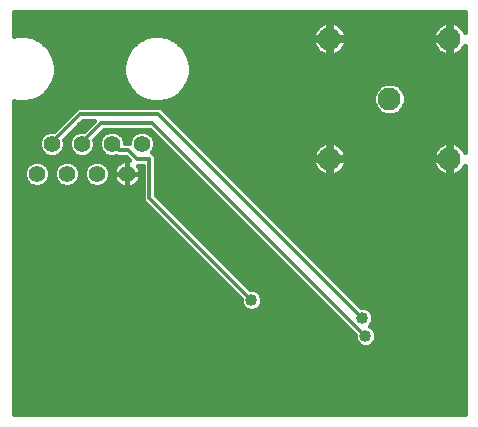
<source format=gbl>
G75*
%MOIN*%
%OFA0B0*%
%FSLAX24Y24*%
%IPPOS*%
%LPD*%
%AMOC8*
5,1,8,0,0,1.08239X$1,22.5*
%
%ADD10C,0.0554*%
%ADD11C,0.0765*%
%ADD12C,0.0160*%
%ADD13C,0.0140*%
%ADD14C,0.0400*%
D10*
X001430Y008680D03*
X002430Y008680D03*
X003430Y008680D03*
X004430Y008680D03*
X003930Y009680D03*
X004930Y009680D03*
X002930Y009680D03*
X001930Y009680D03*
D11*
X011180Y009180D03*
X013180Y011180D03*
X011180Y013180D03*
X015180Y013180D03*
X015180Y009180D03*
D12*
X000660Y011093D02*
X000660Y000660D01*
X015692Y000660D01*
X015692Y008946D01*
X015661Y008885D01*
X015609Y008814D01*
X015546Y008751D01*
X015475Y008699D01*
X015396Y008659D01*
X015312Y008631D01*
X015228Y008618D01*
X015228Y009132D01*
X015132Y009132D01*
X015132Y008618D01*
X015048Y008631D01*
X014964Y008659D01*
X014885Y008699D01*
X014814Y008751D01*
X014751Y008814D01*
X014699Y008885D01*
X014659Y008964D01*
X014631Y009048D01*
X014618Y009132D01*
X015132Y009132D01*
X015132Y009228D01*
X015132Y009742D01*
X015048Y009729D01*
X014964Y009701D01*
X014885Y009661D01*
X014814Y009609D01*
X014751Y009546D01*
X014699Y009475D01*
X014659Y009396D01*
X014631Y009312D01*
X014618Y009228D01*
X015132Y009228D01*
X015228Y009228D01*
X015228Y009742D01*
X015312Y009729D01*
X015396Y009701D01*
X015475Y009661D01*
X015546Y009609D01*
X015609Y009546D01*
X015661Y009475D01*
X015692Y009414D01*
X015692Y012946D01*
X015661Y012885D01*
X015609Y012814D01*
X015546Y012751D01*
X015475Y012699D01*
X015396Y012659D01*
X015312Y012631D01*
X015228Y012618D01*
X015228Y013132D01*
X015132Y013132D01*
X015132Y012618D01*
X015048Y012631D01*
X014964Y012659D01*
X014885Y012699D01*
X014814Y012751D01*
X014751Y012814D01*
X014699Y012885D01*
X014659Y012964D01*
X014631Y013048D01*
X014618Y013132D01*
X015132Y013132D01*
X015132Y013228D01*
X015132Y013742D01*
X015048Y013729D01*
X014964Y013701D01*
X014885Y013661D01*
X014814Y013609D01*
X014751Y013546D01*
X014699Y013475D01*
X014659Y013396D01*
X014631Y013312D01*
X014618Y013228D01*
X015132Y013228D01*
X015228Y013228D01*
X015228Y013742D01*
X015312Y013729D01*
X015396Y013701D01*
X015475Y013661D01*
X015546Y013609D01*
X015609Y013546D01*
X015661Y013475D01*
X015692Y013414D01*
X015692Y014070D01*
X000660Y014070D01*
X000660Y013267D01*
X000783Y013300D01*
X001077Y013300D01*
X001362Y013224D01*
X001618Y013076D01*
X001826Y012868D01*
X001974Y012612D01*
X002050Y012327D01*
X002050Y012033D01*
X001974Y011748D01*
X001826Y011492D01*
X001618Y011284D01*
X001362Y011136D01*
X001077Y011060D01*
X000783Y011060D01*
X000660Y011093D01*
X000660Y010958D02*
X012685Y010958D01*
X012720Y010873D02*
X012873Y010720D01*
X013072Y010638D01*
X013288Y010638D01*
X013487Y010720D01*
X013640Y010873D01*
X013722Y011072D01*
X013722Y011288D01*
X013640Y011487D01*
X013487Y011640D01*
X013288Y011722D01*
X013072Y011722D01*
X012873Y011640D01*
X012720Y011487D01*
X012638Y011288D01*
X012638Y011072D01*
X012720Y010873D01*
X012793Y010800D02*
X005686Y010800D01*
X005710Y010775D02*
X005575Y010910D01*
X002785Y010910D01*
X001992Y010117D01*
X001843Y010117D01*
X001682Y010051D01*
X001559Y009928D01*
X001493Y009767D01*
X001493Y009593D01*
X001559Y009432D01*
X001682Y009309D01*
X001843Y009243D01*
X002017Y009243D01*
X002178Y009309D01*
X002301Y009432D01*
X002367Y009593D01*
X002367Y009767D01*
X002345Y009820D01*
X002975Y010450D01*
X003325Y010450D01*
X002992Y010117D01*
X002843Y010117D01*
X002682Y010051D01*
X002559Y009928D01*
X002493Y009767D01*
X002493Y009593D01*
X002559Y009432D01*
X002682Y009309D01*
X002843Y009243D01*
X003017Y009243D01*
X003178Y009309D01*
X003301Y009432D01*
X003367Y009593D01*
X003367Y009767D01*
X003345Y009820D01*
X003675Y010150D01*
X005185Y010150D01*
X012020Y003315D01*
X012020Y003208D01*
X012075Y003076D01*
X012176Y002975D01*
X012308Y002920D01*
X012452Y002920D01*
X012584Y002975D01*
X012685Y003076D01*
X012740Y003208D01*
X012740Y003352D01*
X012685Y003484D01*
X012584Y003585D01*
X012521Y003611D01*
X012585Y003676D01*
X012640Y003808D01*
X012640Y003952D01*
X012585Y004084D01*
X012484Y004185D01*
X012352Y004240D01*
X012245Y004240D01*
X005710Y010775D01*
X005844Y010641D02*
X013064Y010641D01*
X013296Y010641D02*
X015692Y010641D01*
X015692Y010483D02*
X006003Y010483D01*
X006161Y010324D02*
X015692Y010324D01*
X015692Y010166D02*
X006320Y010166D01*
X006478Y010007D02*
X015692Y010007D01*
X015692Y009849D02*
X006637Y009849D01*
X006795Y009690D02*
X010942Y009690D01*
X010964Y009701D02*
X010885Y009661D01*
X010814Y009609D01*
X010751Y009546D01*
X010699Y009475D01*
X010659Y009396D01*
X010631Y009312D01*
X010618Y009228D01*
X011132Y009228D01*
X011132Y009742D01*
X011048Y009729D01*
X010964Y009701D01*
X011132Y009690D02*
X011228Y009690D01*
X011228Y009742D02*
X011312Y009729D01*
X011396Y009701D01*
X011475Y009661D01*
X011546Y009609D01*
X011609Y009546D01*
X011661Y009475D01*
X011701Y009396D01*
X011729Y009312D01*
X011742Y009228D01*
X011228Y009228D01*
X011228Y009132D01*
X011742Y009132D01*
X011729Y009048D01*
X011701Y008964D01*
X011661Y008885D01*
X011609Y008814D01*
X011546Y008751D01*
X011475Y008699D01*
X011396Y008659D01*
X011312Y008631D01*
X011228Y008618D01*
X011228Y009132D01*
X011132Y009132D01*
X011132Y008618D01*
X011048Y008631D01*
X010964Y008659D01*
X010885Y008699D01*
X010814Y008751D01*
X010751Y008814D01*
X010699Y008885D01*
X010659Y008964D01*
X010631Y009048D01*
X010618Y009132D01*
X011132Y009132D01*
X011132Y009228D01*
X011228Y009228D01*
X011228Y009742D01*
X011418Y009690D02*
X014942Y009690D01*
X015132Y009690D02*
X015228Y009690D01*
X015228Y009532D02*
X015132Y009532D01*
X015132Y009373D02*
X015228Y009373D01*
X015132Y009215D02*
X011228Y009215D01*
X011132Y009215D02*
X007271Y009215D01*
X007112Y009373D02*
X010651Y009373D01*
X010740Y009532D02*
X006954Y009532D01*
X007429Y009056D02*
X010630Y009056D01*
X010693Y008898D02*
X007588Y008898D01*
X007746Y008739D02*
X010830Y008739D01*
X011132Y008739D02*
X011228Y008739D01*
X011228Y008898D02*
X011132Y008898D01*
X011132Y009056D02*
X011228Y009056D01*
X011530Y008739D02*
X014830Y008739D01*
X014693Y008898D02*
X011667Y008898D01*
X011730Y009056D02*
X014630Y009056D01*
X014651Y009373D02*
X011709Y009373D01*
X011620Y009532D02*
X014740Y009532D01*
X015132Y009056D02*
X015228Y009056D01*
X015228Y008898D02*
X015132Y008898D01*
X015132Y008739D02*
X015228Y008739D01*
X015530Y008739D02*
X015692Y008739D01*
X015692Y008581D02*
X007905Y008581D01*
X008063Y008422D02*
X015692Y008422D01*
X015692Y008264D02*
X008222Y008264D01*
X008380Y008105D02*
X015692Y008105D01*
X015692Y007947D02*
X008539Y007947D01*
X008697Y007788D02*
X015692Y007788D01*
X015692Y007630D02*
X008856Y007630D01*
X009014Y007471D02*
X015692Y007471D01*
X015692Y007313D02*
X009173Y007313D01*
X009331Y007154D02*
X015692Y007154D01*
X015692Y006996D02*
X009490Y006996D01*
X009648Y006837D02*
X015692Y006837D01*
X015692Y006679D02*
X009807Y006679D01*
X009965Y006520D02*
X015692Y006520D01*
X015692Y006362D02*
X010124Y006362D01*
X010282Y006203D02*
X015692Y006203D01*
X015692Y006045D02*
X010441Y006045D01*
X010599Y005886D02*
X015692Y005886D01*
X015692Y005728D02*
X010758Y005728D01*
X010916Y005569D02*
X015692Y005569D01*
X015692Y005411D02*
X011075Y005411D01*
X011233Y005252D02*
X015692Y005252D01*
X015692Y005094D02*
X011392Y005094D01*
X011550Y004935D02*
X015692Y004935D01*
X015692Y004777D02*
X011709Y004777D01*
X011867Y004618D02*
X015692Y004618D01*
X015692Y004460D02*
X012026Y004460D01*
X012184Y004301D02*
X015692Y004301D01*
X015692Y004143D02*
X012527Y004143D01*
X012627Y003984D02*
X015692Y003984D01*
X015692Y003826D02*
X012640Y003826D01*
X012576Y003667D02*
X015692Y003667D01*
X015692Y003509D02*
X012661Y003509D01*
X012740Y003350D02*
X015692Y003350D01*
X015692Y003192D02*
X012733Y003192D01*
X012642Y003033D02*
X015692Y003033D01*
X015692Y002875D02*
X000660Y002875D01*
X000660Y003033D02*
X012118Y003033D01*
X012027Y003192D02*
X000660Y003192D01*
X000660Y003350D02*
X011985Y003350D01*
X011826Y003509D02*
X000660Y003509D01*
X000660Y003667D02*
X011668Y003667D01*
X011509Y003826D02*
X000660Y003826D01*
X000660Y003984D02*
X011351Y003984D01*
X011192Y004143D02*
X008706Y004143D01*
X008652Y004120D02*
X008784Y004175D01*
X008885Y004276D01*
X008940Y004408D01*
X008940Y004552D01*
X008885Y004684D01*
X008784Y004785D01*
X008652Y004840D01*
X008545Y004840D01*
X005410Y007975D01*
X005410Y009275D01*
X005277Y009409D01*
X005301Y009432D01*
X005367Y009593D01*
X005367Y009767D01*
X005301Y009928D01*
X005178Y010051D01*
X005017Y010117D01*
X004843Y010117D01*
X004682Y010051D01*
X004559Y009928D01*
X004493Y009767D01*
X004493Y009710D01*
X004367Y009710D01*
X004367Y009767D01*
X004301Y009928D01*
X004178Y010051D01*
X004017Y010117D01*
X003843Y010117D01*
X003682Y010051D01*
X003559Y009928D01*
X003493Y009767D01*
X003493Y009593D01*
X003559Y009432D01*
X003682Y009309D01*
X003843Y009243D01*
X004017Y009243D01*
X004070Y009265D01*
X004085Y009250D01*
X004385Y009250D01*
X004504Y009131D01*
X004466Y009137D01*
X004439Y009137D01*
X004439Y008689D01*
X004887Y008689D01*
X004887Y008716D01*
X004876Y008787D01*
X004854Y008855D01*
X004821Y008920D01*
X004799Y008950D01*
X004950Y008950D01*
X004950Y007785D01*
X005085Y007650D01*
X008220Y004515D01*
X008220Y004408D01*
X008275Y004276D01*
X008376Y004175D01*
X008508Y004120D01*
X008652Y004120D01*
X008454Y004143D02*
X000660Y004143D01*
X000660Y004301D02*
X008264Y004301D01*
X008220Y004460D02*
X000660Y004460D01*
X000660Y004618D02*
X008117Y004618D01*
X007958Y004777D02*
X000660Y004777D01*
X000660Y004935D02*
X007800Y004935D01*
X007641Y005094D02*
X000660Y005094D01*
X000660Y005252D02*
X007483Y005252D01*
X007324Y005411D02*
X000660Y005411D01*
X000660Y005569D02*
X007166Y005569D01*
X007007Y005728D02*
X000660Y005728D01*
X000660Y005886D02*
X006849Y005886D01*
X006690Y006045D02*
X000660Y006045D01*
X000660Y006203D02*
X006532Y006203D01*
X006373Y006362D02*
X000660Y006362D01*
X000660Y006520D02*
X006215Y006520D01*
X006056Y006679D02*
X000660Y006679D01*
X000660Y006837D02*
X005898Y006837D01*
X005739Y006996D02*
X000660Y006996D01*
X000660Y007154D02*
X005581Y007154D01*
X005422Y007313D02*
X000660Y007313D01*
X000660Y007471D02*
X005264Y007471D01*
X005105Y007630D02*
X000660Y007630D01*
X000660Y007788D02*
X004950Y007788D01*
X004950Y007947D02*
X000660Y007947D01*
X000660Y008105D02*
X004950Y008105D01*
X004950Y008264D02*
X004620Y008264D01*
X004605Y008256D02*
X004670Y008289D01*
X004728Y008331D01*
X004779Y008382D01*
X004821Y008440D01*
X004854Y008505D01*
X004876Y008573D01*
X004887Y008644D01*
X004887Y008671D01*
X004439Y008671D01*
X004439Y008689D01*
X004421Y008689D01*
X004421Y009137D01*
X004394Y009137D01*
X004323Y009126D01*
X004255Y009104D01*
X004190Y009071D01*
X004132Y009029D01*
X004081Y008978D01*
X004039Y008920D01*
X004006Y008855D01*
X003984Y008787D01*
X003973Y008716D01*
X003973Y008689D01*
X004421Y008689D01*
X004421Y008671D01*
X004439Y008671D01*
X004439Y008223D01*
X004466Y008223D01*
X004537Y008234D01*
X004605Y008256D01*
X004439Y008264D02*
X004421Y008264D01*
X004421Y008223D02*
X004421Y008671D01*
X003973Y008671D01*
X003973Y008644D01*
X003984Y008573D01*
X004006Y008505D01*
X004039Y008440D01*
X004081Y008382D01*
X004132Y008331D01*
X004190Y008289D01*
X004255Y008256D01*
X004323Y008234D01*
X004394Y008223D01*
X004421Y008223D01*
X004421Y008422D02*
X004439Y008422D01*
X004439Y008581D02*
X004421Y008581D01*
X004421Y008739D02*
X004439Y008739D01*
X004439Y008898D02*
X004421Y008898D01*
X004421Y009056D02*
X004439Y009056D01*
X004420Y009215D02*
X000660Y009215D01*
X000660Y009373D02*
X001619Y009373D01*
X001518Y009532D02*
X000660Y009532D01*
X000660Y009690D02*
X001493Y009690D01*
X001527Y009849D02*
X000660Y009849D01*
X000660Y010007D02*
X001639Y010007D01*
X002040Y010166D02*
X000660Y010166D01*
X000660Y010324D02*
X002199Y010324D01*
X002357Y010483D02*
X000660Y010483D01*
X000660Y010641D02*
X002516Y010641D01*
X002674Y010800D02*
X000660Y010800D01*
X001288Y011117D02*
X005072Y011117D01*
X004998Y011136D02*
X005283Y011060D01*
X005577Y011060D01*
X005862Y011136D01*
X006118Y011284D01*
X006326Y011492D01*
X006474Y011748D01*
X006550Y012033D01*
X006550Y012327D01*
X006474Y012612D01*
X006326Y012868D01*
X006118Y013076D01*
X005862Y013224D01*
X005577Y013300D01*
X005283Y013300D01*
X004998Y013224D01*
X004742Y013076D01*
X004534Y012868D01*
X004386Y012612D01*
X004310Y012327D01*
X004310Y012033D01*
X004386Y011748D01*
X004534Y011492D01*
X004742Y011284D01*
X004998Y011136D01*
X004757Y011275D02*
X001603Y011275D01*
X001767Y011434D02*
X004593Y011434D01*
X004476Y011592D02*
X001884Y011592D01*
X001974Y011751D02*
X004386Y011751D01*
X004343Y011909D02*
X002017Y011909D01*
X002050Y012068D02*
X004310Y012068D01*
X004310Y012226D02*
X002050Y012226D01*
X002035Y012385D02*
X004325Y012385D01*
X004368Y012543D02*
X001992Y012543D01*
X001922Y012702D02*
X004438Y012702D01*
X004529Y012860D02*
X001831Y012860D01*
X001675Y013019D02*
X004685Y013019D01*
X004917Y013177D02*
X001443Y013177D01*
X000660Y013336D02*
X010639Y013336D01*
X010631Y013312D02*
X010659Y013396D01*
X010699Y013475D01*
X010751Y013546D01*
X010814Y013609D01*
X010885Y013661D01*
X010964Y013701D01*
X011048Y013729D01*
X011132Y013742D01*
X011132Y013228D01*
X011228Y013228D01*
X011742Y013228D01*
X011729Y013312D01*
X011701Y013396D01*
X011661Y013475D01*
X011609Y013546D01*
X011546Y013609D01*
X011475Y013661D01*
X011396Y013701D01*
X011312Y013729D01*
X011228Y013742D01*
X011228Y013228D01*
X011228Y013132D01*
X011742Y013132D01*
X011729Y013048D01*
X011701Y012964D01*
X011661Y012885D01*
X011609Y012814D01*
X011546Y012751D01*
X011475Y012699D01*
X011396Y012659D01*
X011312Y012631D01*
X011228Y012618D01*
X011228Y013132D01*
X011132Y013132D01*
X011132Y012618D01*
X011048Y012631D01*
X010964Y012659D01*
X010885Y012699D01*
X010814Y012751D01*
X010751Y012814D01*
X010699Y012885D01*
X010659Y012964D01*
X010631Y013048D01*
X010618Y013132D01*
X011132Y013132D01*
X011132Y013228D01*
X010618Y013228D01*
X010631Y013312D01*
X010713Y013494D02*
X000660Y013494D01*
X000660Y013653D02*
X010873Y013653D01*
X011132Y013653D02*
X011228Y013653D01*
X011228Y013494D02*
X011132Y013494D01*
X011132Y013336D02*
X011228Y013336D01*
X011228Y013177D02*
X015132Y013177D01*
X015132Y013019D02*
X015228Y013019D01*
X015228Y012860D02*
X015132Y012860D01*
X015132Y012702D02*
X015228Y012702D01*
X015478Y012702D02*
X015692Y012702D01*
X015692Y012860D02*
X015643Y012860D01*
X015692Y012543D02*
X006492Y012543D01*
X006535Y012385D02*
X015692Y012385D01*
X015692Y012226D02*
X006550Y012226D01*
X006550Y012068D02*
X015692Y012068D01*
X015692Y011909D02*
X006517Y011909D01*
X006474Y011751D02*
X015692Y011751D01*
X015692Y011592D02*
X013535Y011592D01*
X013662Y011434D02*
X015692Y011434D01*
X015692Y011275D02*
X013722Y011275D01*
X013722Y011117D02*
X015692Y011117D01*
X015692Y010958D02*
X013675Y010958D01*
X013567Y010800D02*
X015692Y010800D01*
X015692Y009690D02*
X015418Y009690D01*
X015620Y009532D02*
X015692Y009532D01*
X015667Y008898D02*
X015692Y008898D01*
X012638Y011117D02*
X005788Y011117D01*
X006103Y011275D02*
X012638Y011275D01*
X012698Y011434D02*
X006267Y011434D01*
X006384Y011592D02*
X012825Y011592D01*
X011643Y012860D02*
X014717Y012860D01*
X014641Y013019D02*
X011719Y013019D01*
X011721Y013336D02*
X014639Y013336D01*
X014713Y013494D02*
X011647Y013494D01*
X011487Y013653D02*
X014873Y013653D01*
X015132Y013653D02*
X015228Y013653D01*
X015228Y013494D02*
X015132Y013494D01*
X015132Y013336D02*
X015228Y013336D01*
X015487Y013653D02*
X015692Y013653D01*
X015692Y013811D02*
X000660Y013811D01*
X000660Y013970D02*
X015692Y013970D01*
X015692Y013494D02*
X015647Y013494D01*
X014882Y012702D02*
X011478Y012702D01*
X011228Y012702D02*
X011132Y012702D01*
X011132Y012860D02*
X011228Y012860D01*
X011228Y013019D02*
X011132Y013019D01*
X011132Y013177D02*
X005943Y013177D01*
X006175Y013019D02*
X010641Y013019D01*
X010717Y012860D02*
X006331Y012860D01*
X006422Y012702D02*
X010882Y012702D01*
X011132Y009532D02*
X011228Y009532D01*
X011228Y009373D02*
X011132Y009373D01*
X008498Y006837D02*
X006548Y006837D01*
X006390Y006996D02*
X008339Y006996D01*
X008181Y007154D02*
X006231Y007154D01*
X006073Y007313D02*
X008022Y007313D01*
X007864Y007471D02*
X005914Y007471D01*
X005756Y007630D02*
X007705Y007630D01*
X007547Y007788D02*
X005597Y007788D01*
X005439Y007947D02*
X007388Y007947D01*
X007230Y008105D02*
X005410Y008105D01*
X005410Y008264D02*
X007071Y008264D01*
X006913Y008422D02*
X005410Y008422D01*
X005410Y008581D02*
X006754Y008581D01*
X006596Y008739D02*
X005410Y008739D01*
X005410Y008898D02*
X006437Y008898D01*
X006279Y009056D02*
X005410Y009056D01*
X005410Y009215D02*
X006120Y009215D01*
X005962Y009373D02*
X005312Y009373D01*
X005342Y009532D02*
X005803Y009532D01*
X005645Y009690D02*
X005367Y009690D01*
X005333Y009849D02*
X005486Y009849D01*
X005328Y010007D02*
X005221Y010007D01*
X004639Y010007D02*
X004221Y010007D01*
X004333Y009849D02*
X004527Y009849D01*
X003639Y010007D02*
X003532Y010007D01*
X003527Y009849D02*
X003374Y009849D01*
X003367Y009690D02*
X003493Y009690D01*
X003518Y009532D02*
X003342Y009532D01*
X003241Y009373D02*
X003619Y009373D01*
X003517Y009117D02*
X003343Y009117D01*
X003182Y009051D01*
X003059Y008928D01*
X002993Y008767D01*
X002993Y008593D01*
X003059Y008432D01*
X003182Y008309D01*
X003343Y008243D01*
X003517Y008243D01*
X003678Y008309D01*
X003801Y008432D01*
X003867Y008593D01*
X003867Y008767D01*
X003801Y008928D01*
X003678Y009051D01*
X003517Y009117D01*
X003665Y009056D02*
X004170Y009056D01*
X004028Y008898D02*
X003813Y008898D01*
X003867Y008739D02*
X003976Y008739D01*
X003983Y008581D02*
X003862Y008581D01*
X003790Y008422D02*
X004052Y008422D01*
X004240Y008264D02*
X003567Y008264D01*
X003293Y008264D02*
X002567Y008264D01*
X002517Y008243D02*
X002678Y008309D01*
X002801Y008432D01*
X002867Y008593D01*
X002867Y008767D01*
X002801Y008928D01*
X002678Y009051D01*
X002517Y009117D01*
X002343Y009117D01*
X002182Y009051D01*
X002059Y008928D01*
X001993Y008767D01*
X001993Y008593D01*
X002059Y008432D01*
X002182Y008309D01*
X002343Y008243D01*
X002517Y008243D01*
X002293Y008264D02*
X001567Y008264D01*
X001517Y008243D02*
X001678Y008309D01*
X001801Y008432D01*
X001867Y008593D01*
X001867Y008767D01*
X001801Y008928D01*
X001678Y009051D01*
X001517Y009117D01*
X001343Y009117D01*
X001182Y009051D01*
X001059Y008928D01*
X000993Y008767D01*
X000993Y008593D01*
X001059Y008432D01*
X001182Y008309D01*
X001343Y008243D01*
X001517Y008243D01*
X001790Y008422D02*
X002070Y008422D01*
X001998Y008581D02*
X001862Y008581D01*
X001867Y008739D02*
X001993Y008739D01*
X002047Y008898D02*
X001813Y008898D01*
X001665Y009056D02*
X002195Y009056D01*
X002241Y009373D02*
X002619Y009373D01*
X002518Y009532D02*
X002342Y009532D01*
X002367Y009690D02*
X002493Y009690D01*
X002527Y009849D02*
X002374Y009849D01*
X002532Y010007D02*
X002639Y010007D01*
X002691Y010166D02*
X003040Y010166D01*
X003199Y010324D02*
X002849Y010324D01*
X002665Y009056D02*
X003195Y009056D01*
X003047Y008898D02*
X002813Y008898D01*
X002867Y008739D02*
X002993Y008739D01*
X002998Y008581D02*
X002862Y008581D01*
X002790Y008422D02*
X003070Y008422D01*
X004808Y008422D02*
X004950Y008422D01*
X004950Y008581D02*
X004877Y008581D01*
X004884Y008739D02*
X004950Y008739D01*
X004950Y008898D02*
X004832Y008898D01*
X006707Y006679D02*
X008656Y006679D01*
X008815Y006520D02*
X006865Y006520D01*
X007024Y006362D02*
X008973Y006362D01*
X009132Y006203D02*
X007182Y006203D01*
X007341Y006045D02*
X009290Y006045D01*
X009449Y005886D02*
X007499Y005886D01*
X007658Y005728D02*
X009607Y005728D01*
X009766Y005569D02*
X007816Y005569D01*
X007975Y005411D02*
X009924Y005411D01*
X010083Y005252D02*
X008133Y005252D01*
X008292Y005094D02*
X010241Y005094D01*
X010400Y004935D02*
X008450Y004935D01*
X008793Y004777D02*
X010558Y004777D01*
X010717Y004618D02*
X008912Y004618D01*
X008940Y004460D02*
X010875Y004460D01*
X011034Y004301D02*
X008896Y004301D01*
X015692Y002716D02*
X000660Y002716D01*
X000660Y002558D02*
X015692Y002558D01*
X015692Y002399D02*
X000660Y002399D01*
X000660Y002241D02*
X015692Y002241D01*
X015692Y002082D02*
X000660Y002082D01*
X000660Y001924D02*
X015692Y001924D01*
X015692Y001765D02*
X000660Y001765D01*
X000660Y001607D02*
X015692Y001607D01*
X015692Y001448D02*
X000660Y001448D01*
X000660Y001290D02*
X015692Y001290D01*
X015692Y001131D02*
X000660Y001131D01*
X000660Y000973D02*
X015692Y000973D01*
X015692Y000814D02*
X000660Y000814D01*
X000660Y008264D02*
X001293Y008264D01*
X001070Y008422D02*
X000660Y008422D01*
X000660Y008581D02*
X000998Y008581D01*
X000993Y008739D02*
X000660Y008739D01*
X000660Y008898D02*
X001047Y008898D01*
X001195Y009056D02*
X000660Y009056D01*
D13*
X001880Y009680D02*
X001930Y009680D01*
X001880Y009680D02*
X002880Y010680D01*
X005480Y010680D01*
X012280Y003880D01*
X012380Y003280D02*
X005280Y010380D01*
X003580Y010380D01*
X002880Y009680D01*
X002930Y009680D01*
X003930Y009680D02*
X003980Y009680D01*
X004180Y009480D01*
X004480Y009480D01*
X004780Y009180D01*
X005180Y009180D01*
X005180Y007880D01*
X008580Y004480D01*
D14*
X008580Y004480D03*
X012280Y003880D03*
X012380Y003280D03*
M02*

</source>
